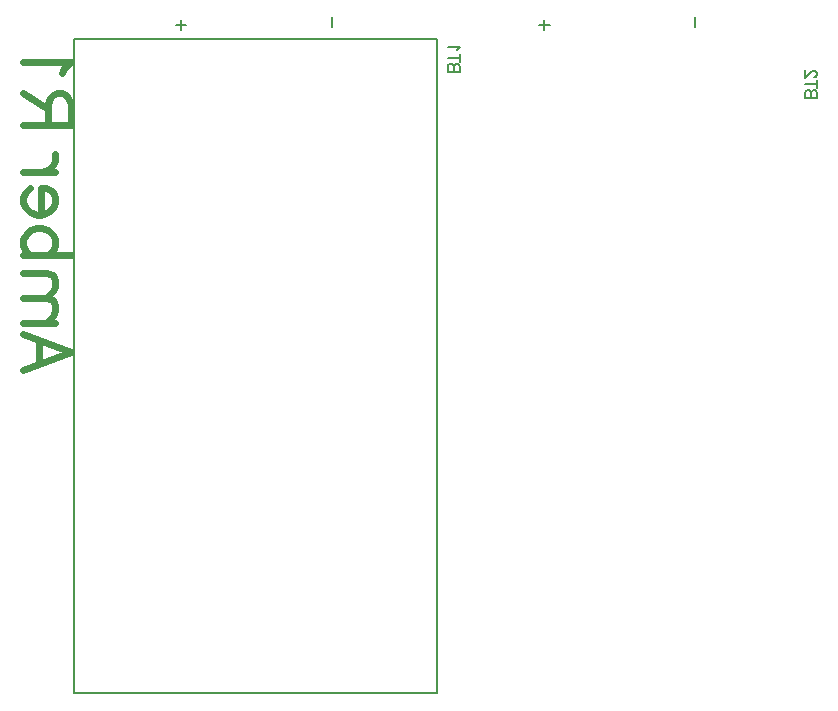
<source format=gbr>
%FSLAX46Y46*%
%MOMM*%
%ADD11C,0.150000*%
%ADD10C,0.600000*%
G01*
%LPD*%
G01*
%LPD*%
D10*
X21595238Y-309523D02*
X25595238Y1214285D01*
D10*
X21595238Y2738095D02*
X25595238Y1214285D01*
D10*
X22928572Y2166666D02*
X22928572Y261904D01*
D10*
X21595238Y3690476D02*
X24261904Y3690476D01*
D10*
X24071428Y4261904D02*
X23500000Y3690476D01*
D10*
X24261904Y4642857D02*
X24071428Y4261904D01*
D10*
X24261904Y5214285D02*
X24261904Y4642857D01*
D10*
X24071428Y5595238D02*
X24261904Y5214285D01*
D10*
X23500000Y5785714D02*
X24071428Y5595238D01*
D10*
X21595238Y5785714D02*
X23500000Y5785714D01*
D10*
X24071428Y6357143D02*
X23500000Y5785714D01*
D10*
X24261904Y6738095D02*
X24071428Y6357143D01*
D10*
X24261904Y7309523D02*
X24261904Y6738095D01*
D10*
X24071428Y7690476D02*
X24261904Y7309523D01*
D10*
X23500000Y7880952D02*
X24071428Y7690476D01*
D10*
X21595238Y7880952D02*
X23500000Y7880952D01*
D10*
X21595238Y9404762D02*
X25595238Y9404762D01*
D10*
X24071428Y9785714D02*
X23690476Y9404762D01*
D10*
X24261904Y10166666D02*
X24071428Y9785714D01*
D10*
X24261904Y10738095D02*
X24261904Y10166666D01*
D10*
X24071428Y11119047D02*
X24261904Y10738095D01*
D10*
X23690476Y11500000D02*
X24071428Y11119047D01*
D10*
X23119048Y11690476D02*
X23690476Y11500000D01*
D10*
X22738096Y11690476D02*
X23119048Y11690476D01*
D10*
X22166666Y11500000D02*
X22738096Y11690476D01*
D10*
X21785714Y11119047D02*
X22166666Y11500000D01*
D10*
X21595238Y10738095D02*
X21785714Y11119047D01*
D10*
X21595238Y10166666D02*
X21595238Y10738095D01*
D10*
X21785714Y9785714D02*
X21595238Y10166666D01*
D10*
X22166666Y9404762D02*
X21785714Y9785714D01*
D10*
X23119048Y15119047D02*
X23119048Y12833333D01*
D10*
X23500000Y15119047D02*
X23119048Y15119047D01*
D10*
X23880952Y14928571D02*
X23500000Y15119047D01*
D10*
X24071428Y14738095D02*
X23880952Y14928571D01*
D10*
X24261904Y14357143D02*
X24071428Y14738095D01*
D10*
X24261904Y13785714D02*
X24261904Y14357143D01*
D10*
X24071428Y13404762D02*
X24261904Y13785714D01*
D10*
X23690476Y13023809D02*
X24071428Y13404762D01*
D10*
X23119048Y12833333D02*
X23690476Y13023809D01*
D10*
X22738096Y12833333D02*
X23119048Y12833333D01*
D10*
X22166666Y13023809D02*
X22738096Y12833333D01*
D10*
X21785714Y13404762D02*
X22166666Y13023809D01*
D10*
X21595238Y13785714D02*
X21785714Y13404762D01*
D10*
X21595238Y14357143D02*
X21595238Y13785714D01*
D10*
X21785714Y14738095D02*
X21595238Y14357143D01*
D10*
X22166666Y15119047D02*
X21785714Y14738095D01*
D10*
X21595238Y16452380D02*
X24261904Y16452380D01*
D10*
X23690476Y16642856D02*
X23119048Y16452380D01*
D10*
X24071428Y17023810D02*
X23690476Y16642856D01*
D10*
X24261904Y17404762D02*
X24071428Y17023810D01*
D10*
X24261904Y17976190D02*
X24261904Y17404762D01*
D10*
X21595238Y20452380D02*
X25595238Y20452380D01*
D10*
X25595238Y22166666D02*
X25595238Y20452380D01*
D10*
X25404762Y22738094D02*
X25595238Y22166666D01*
D10*
X25214286Y22928572D02*
X25404762Y22738094D01*
D10*
X24833334Y23119048D02*
X25214286Y22928572D01*
D10*
X24452380Y23119048D02*
X24833334Y23119048D01*
D10*
X24071428Y22928572D02*
X24452380Y23119048D01*
D10*
X23880952Y22738094D02*
X24071428Y22928572D01*
D10*
X23690476Y22166666D02*
X23880952Y22738094D01*
D10*
X23690476Y20452380D02*
X23690476Y22166666D01*
D10*
X21595238Y23119048D02*
X23690476Y21785714D01*
D10*
X25023810Y25214286D02*
X24833334Y24833332D01*
D10*
X25595238Y25785714D02*
X25023810Y25214286D01*
D10*
X21595238Y25785714D02*
X25595238Y25785714D01*
D11*
X78452384Y29547620D02*
X78452384Y28690476D01*
D11*
X87773808Y22690476D02*
X88773808Y22690476D01*
D11*
X88773808Y23119048D02*
X88773808Y22690476D01*
D11*
X88726192Y23261904D02*
X88773808Y23119048D01*
D11*
X88678568Y23309524D02*
X88726192Y23261904D01*
D11*
X88583336Y23357142D02*
X88678568Y23309524D01*
D11*
X88488096Y23357142D02*
X88583336Y23357142D01*
D11*
X88392856Y23309524D02*
X88488096Y23357142D01*
D11*
X88345240Y23261904D02*
X88392856Y23309524D01*
D11*
X88297616Y23119048D02*
X88345240Y23261904D01*
D11*
X88297616Y23119048D02*
X88297616Y22690476D01*
D11*
X88250000Y23261904D02*
X88297616Y23119048D01*
D11*
X88202384Y23309524D02*
X88250000Y23261904D01*
D11*
X88107144Y23357142D02*
X88202384Y23309524D01*
D11*
X87964288Y23357142D02*
X88107144Y23357142D01*
D11*
X87869048Y23309524D02*
X87964288Y23357142D01*
D11*
X87821432Y23261904D02*
X87869048Y23309524D01*
D11*
X87773808Y23119048D02*
X87821432Y23261904D01*
D11*
X87773808Y22690476D02*
X87773808Y23119048D01*
D11*
X87773808Y23880952D02*
X88773808Y23880952D01*
D11*
X88773808Y24214286D02*
X88773808Y23547620D01*
D11*
X88583336Y24452380D02*
X88535712Y24452380D01*
D11*
X88678568Y24500000D02*
X88583336Y24452380D01*
D11*
X88726192Y24547620D02*
X88678568Y24500000D01*
D11*
X88773808Y24642856D02*
X88726192Y24547620D01*
D11*
X88773808Y24833334D02*
X88773808Y24642856D01*
D11*
X88726192Y24928572D02*
X88773808Y24833334D01*
D11*
X88678568Y24976190D02*
X88726192Y24928572D01*
D11*
X88583336Y25023810D02*
X88678568Y24976190D01*
D11*
X88488096Y25023810D02*
X88583336Y25023810D01*
D11*
X88392856Y24976190D02*
X88488096Y25023810D01*
D11*
X88250000Y24880952D02*
X88392856Y24976190D01*
D11*
X87773808Y24404762D02*
X88250000Y24880952D01*
D11*
X87773808Y25071428D02*
X87773808Y24404762D01*
D11*
X65273808Y28869048D02*
X66130952Y28869048D01*
D11*
X65702380Y29297620D02*
X65702380Y28440476D01*
D11*
X25890000Y-27680000D02*
X25890000Y27680000D01*
D11*
X56610000Y-27680000D02*
X25890000Y-27680000D01*
D11*
X25890000Y27680000D02*
X56610000Y27680000D01*
D11*
X56610000Y27680000D02*
X56610000Y-27680000D01*
D11*
X47702380Y29547620D02*
X47702380Y28690476D01*
D11*
X34523808Y28869048D02*
X35380952Y28869048D01*
D11*
X34952380Y29297620D02*
X34952380Y28440476D01*
D11*
X57523808Y24940476D02*
X58523808Y24940476D01*
D11*
X58523808Y25369048D02*
X58523808Y24940476D01*
D11*
X58476192Y25511904D02*
X58523808Y25369048D01*
D11*
X58428572Y25559524D02*
X58476192Y25511904D01*
D11*
X58333332Y25607142D02*
X58428572Y25559524D01*
D11*
X58238096Y25607142D02*
X58333332Y25607142D01*
D11*
X58142856Y25559524D02*
X58238096Y25607142D01*
D11*
X58095240Y25511904D02*
X58142856Y25559524D01*
D11*
X58047620Y25369048D02*
X58095240Y25511904D01*
D11*
X58047620Y25369048D02*
X58047620Y24940476D01*
D11*
X58000000Y25511904D02*
X58047620Y25369048D01*
D11*
X57952380Y25559524D02*
X58000000Y25511904D01*
D11*
X57857144Y25607142D02*
X57952380Y25559524D01*
D11*
X57714284Y25607142D02*
X57857144Y25607142D01*
D11*
X57619048Y25559524D02*
X57714284Y25607142D01*
D11*
X57571428Y25511904D02*
X57619048Y25559524D01*
D11*
X57523808Y25369048D02*
X57571428Y25511904D01*
D11*
X57523808Y24940476D02*
X57523808Y25369048D01*
D11*
X57523808Y26130952D02*
X58523808Y26130952D01*
D11*
X58523808Y26464286D02*
X58523808Y25797620D01*
D11*
X58380952Y26892856D02*
X58333332Y26797620D01*
D11*
X58523808Y27035714D02*
X58380952Y26892856D01*
D11*
X57523808Y27035714D02*
X58523808Y27035714D01*
D11*
X56640000Y-27680000D02*
X56640000Y27680000D01*
G75*
M02*

</source>
